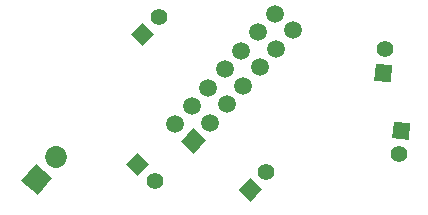
<source format=gbr>
G04 EAGLE Gerber RS-274X export*
G75*
%MOMM*%
%FSLAX34Y34*%
%LPD*%
%INSoldermask Bottom*%
%IPPOS*%
%AMOC8*
5,1,8,0,0,1.08239X$1,22.5*%
G01*
G04 Define Apertures*
%ADD10C,1.411200*%
%ADD11R,1.411200X1.411200*%
%ADD12R,1.853200X1.853200*%
%ADD13C,1.853200*%
%ADD14R,1.511200X1.511200*%
%ADD15C,1.511200*%
D10*
X364116Y75192D03*
D11*
G36*
X373504Y101530D02*
X372274Y87472D01*
X358216Y88702D01*
X359446Y102760D01*
X373504Y101530D01*
G37*
D10*
X157174Y52870D03*
D11*
G36*
X142198Y76482D02*
X152518Y66858D01*
X142894Y56538D01*
X132574Y66162D01*
X142198Y76482D01*
G37*
D10*
X251498Y59956D03*
D11*
G36*
X228151Y44572D02*
X237594Y55059D01*
X248081Y45616D01*
X238638Y35129D01*
X228151Y44572D01*
G37*
D10*
X352653Y163863D03*
D11*
G36*
X343265Y137525D02*
X344495Y151583D01*
X358553Y150353D01*
X357323Y136295D01*
X343265Y137525D01*
G37*
D10*
X160473Y191483D03*
D11*
G36*
X137126Y176099D02*
X146569Y186586D01*
X157056Y177143D01*
X147613Y166656D01*
X137126Y176099D01*
G37*
D12*
G36*
X70324Y54733D02*
X58166Y40747D01*
X44180Y52905D01*
X56338Y66891D01*
X70324Y54733D01*
G37*
D13*
X73916Y72989D03*
D14*
G36*
X200676Y86921D02*
X190564Y75691D01*
X179334Y85803D01*
X189446Y97033D01*
X200676Y86921D01*
G37*
D15*
X246212Y148786D03*
X204057Y101968D03*
X232161Y133180D03*
X218109Y117574D03*
X260264Y164392D03*
X274316Y179998D03*
X174399Y100414D03*
X230606Y162838D03*
X188451Y116020D03*
X216554Y147232D03*
X202503Y131626D03*
X244658Y178444D03*
X258710Y194050D03*
M02*

</source>
